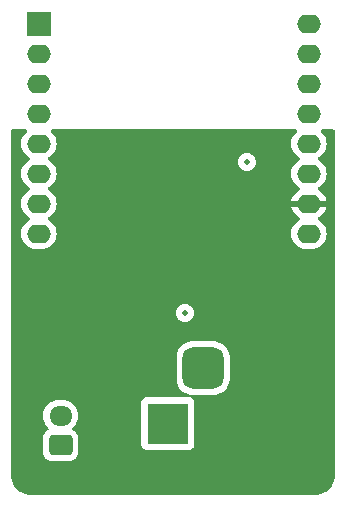
<source format=gbr>
%TF.GenerationSoftware,KiCad,Pcbnew,7.0.11-2.fc38*%
%TF.CreationDate,2024-04-05T10:11:14+02:00*%
%TF.ProjectId,WLED_Board,574c4544-5f42-46f6-9172-642e6b696361,rev?*%
%TF.SameCoordinates,Original*%
%TF.FileFunction,Copper,L3,Inr*%
%TF.FilePolarity,Positive*%
%FSLAX46Y46*%
G04 Gerber Fmt 4.6, Leading zero omitted, Abs format (unit mm)*
G04 Created by KiCad (PCBNEW 7.0.11-2.fc38) date 2024-04-05 10:11:14*
%MOMM*%
%LPD*%
G01*
G04 APERTURE LIST*
G04 Aperture macros list*
%AMRoundRect*
0 Rectangle with rounded corners*
0 $1 Rounding radius*
0 $2 $3 $4 $5 $6 $7 $8 $9 X,Y pos of 4 corners*
0 Add a 4 corners polygon primitive as box body*
4,1,4,$2,$3,$4,$5,$6,$7,$8,$9,$2,$3,0*
0 Add four circle primitives for the rounded corners*
1,1,$1+$1,$2,$3*
1,1,$1+$1,$4,$5*
1,1,$1+$1,$6,$7*
1,1,$1+$1,$8,$9*
0 Add four rect primitives between the rounded corners*
20,1,$1+$1,$2,$3,$4,$5,0*
20,1,$1+$1,$4,$5,$6,$7,0*
20,1,$1+$1,$6,$7,$8,$9,0*
20,1,$1+$1,$8,$9,$2,$3,0*%
G04 Aperture macros list end*
%TA.AperFunction,ComponentPad*%
%ADD10R,2.000000X2.000000*%
%TD*%
%TA.AperFunction,ComponentPad*%
%ADD11O,2.000000X1.600000*%
%TD*%
%TA.AperFunction,ComponentPad*%
%ADD12RoundRect,0.250000X0.725000X-0.600000X0.725000X0.600000X-0.725000X0.600000X-0.725000X-0.600000X0*%
%TD*%
%TA.AperFunction,ComponentPad*%
%ADD13O,1.950000X1.700000*%
%TD*%
%TA.AperFunction,ComponentPad*%
%ADD14R,3.500000X3.500000*%
%TD*%
%TA.AperFunction,ComponentPad*%
%ADD15RoundRect,0.750000X0.750000X1.000000X-0.750000X1.000000X-0.750000X-1.000000X0.750000X-1.000000X0*%
%TD*%
%TA.AperFunction,ComponentPad*%
%ADD16RoundRect,0.875000X0.875000X0.875000X-0.875000X0.875000X-0.875000X-0.875000X0.875000X-0.875000X0*%
%TD*%
%TA.AperFunction,ViaPad*%
%ADD17C,0.500000*%
%TD*%
%TA.AperFunction,ViaPad*%
%ADD18C,0.600000*%
%TD*%
G04 APERTURE END LIST*
D10*
%TO.N,unconnected-(U2-~{RST}-Pad1)*%
%TO.C,U2*%
X84140000Y-88300000D03*
D11*
%TO.N,unconnected-(U2-A0-Pad2)*%
X84140000Y-90840000D03*
%TO.N,unconnected-(U2-D0-Pad3)*%
X84140000Y-93380000D03*
%TO.N,unconnected-(U2-SCK{slash}D5-Pad4)*%
X84140000Y-95920000D03*
%TO.N,unconnected-(U2-MISO{slash}D6-Pad5)*%
X84140000Y-98460000D03*
%TO.N,unconnected-(U2-MOSI{slash}D7-Pad6)*%
X84140000Y-101000000D03*
%TO.N,D1_Relay*%
X84140000Y-103540000D03*
%TO.N,unconnected-(U2-3V3-Pad8)*%
X84140000Y-106080000D03*
%TO.N,+5V*%
X107000000Y-106080000D03*
%TO.N,GND*%
X107000000Y-103540000D03*
%TO.N,D1_data*%
X107000000Y-101000000D03*
%TO.N,unconnected-(U2-D3-Pad12)*%
X107000000Y-98460000D03*
%TO.N,unconnected-(U2-SDA{slash}D2-Pad13)*%
X107000000Y-95920000D03*
%TO.N,unconnected-(U2-SCL{slash}D1-Pad14)*%
X107000000Y-93380000D03*
%TO.N,unconnected-(U2-RX-Pad15)*%
X107000000Y-90840000D03*
%TO.N,unconnected-(U2-TX-Pad16)*%
X107000000Y-88300000D03*
%TD*%
D12*
%TO.N,12V_switched*%
%TO.C,J1*%
X85975000Y-124000000D03*
D13*
%TO.N,/DATA_OUT*%
X85975000Y-121500000D03*
%TO.N,GND*%
X85975000Y-119000000D03*
%TD*%
D14*
%TO.N,+12V*%
%TO.C,J2*%
X95049999Y-122157500D03*
D15*
%TO.N,GND*%
X101049999Y-122157500D03*
D16*
%TO.N,N/C*%
X98049999Y-117457500D03*
%TD*%
D17*
%TO.N,GND*%
X98499999Y-125950000D03*
X82099999Y-113150000D03*
X95599999Y-97950000D03*
X108849999Y-111300000D03*
X108649999Y-126800000D03*
X91499999Y-112250000D03*
X89449999Y-97950000D03*
X102249999Y-112000000D03*
X94549999Y-127800000D03*
X108849999Y-112950000D03*
X86499999Y-105250000D03*
X108899999Y-114750000D03*
X104499999Y-114500000D03*
X102049999Y-118850000D03*
X91049999Y-97950000D03*
X82149999Y-118750000D03*
X89999999Y-101000000D03*
X88249999Y-117950000D03*
X84799999Y-127800000D03*
X101049999Y-127900000D03*
X106649999Y-126350000D03*
X82099999Y-102700000D03*
X104649999Y-121850000D03*
D18*
X92199999Y-108900000D03*
X86799999Y-112000000D03*
D17*
X108849999Y-124300000D03*
X94199999Y-97950000D03*
X98249999Y-97950000D03*
X102399999Y-127900000D03*
X82099999Y-109900000D03*
X82249999Y-125250000D03*
X87049999Y-116850000D03*
X108899999Y-103350000D03*
X106599999Y-117950000D03*
X92799999Y-97950000D03*
X104499999Y-126350000D03*
X102099999Y-97950000D03*
X82099999Y-111450000D03*
X108849999Y-107550000D03*
X94999999Y-126000000D03*
X106599999Y-120950000D03*
X88649999Y-121150000D03*
X87799999Y-127800000D03*
X107649999Y-127750000D03*
X108849999Y-120550000D03*
X90649999Y-127800000D03*
X82099999Y-114850000D03*
X103699999Y-127900000D03*
X101749999Y-99000000D03*
X98399999Y-127850000D03*
X95499999Y-113750000D03*
X108849999Y-116400000D03*
X108899999Y-97850000D03*
X87999999Y-102250000D03*
X82399999Y-126850000D03*
X86499999Y-107750000D03*
X106599999Y-109400000D03*
X101499999Y-125750000D03*
X105049999Y-127950000D03*
X82149999Y-101050000D03*
X82149999Y-98100000D03*
X87849999Y-97950000D03*
X89349999Y-127800000D03*
X101899999Y-115050000D03*
X108849999Y-123050000D03*
X100399999Y-107500000D03*
X108849999Y-117700000D03*
X84049999Y-111800000D03*
X85299999Y-110250000D03*
X106599999Y-115050000D03*
X108849999Y-125550000D03*
X82149999Y-104500000D03*
X86299999Y-127800000D03*
X82099999Y-106450000D03*
X84099999Y-108750000D03*
X87999999Y-100000000D03*
X91249999Y-102250000D03*
X99699999Y-127900000D03*
X108899999Y-101700000D03*
X82149999Y-99600000D03*
X91399999Y-125900000D03*
X103249999Y-97950000D03*
X104449999Y-118250000D03*
X108849999Y-109350000D03*
X97999999Y-106600000D03*
X88849999Y-123700000D03*
X83349999Y-127750000D03*
X99549999Y-97950000D03*
X108849999Y-121850000D03*
X92499999Y-100000000D03*
X108849999Y-100100000D03*
X106449999Y-127950000D03*
X86599999Y-97900000D03*
X82099999Y-108200000D03*
X96699999Y-109500000D03*
X87249999Y-109750000D03*
X108899999Y-105550000D03*
X88899999Y-125850000D03*
X91899999Y-127800000D03*
X93249999Y-127800000D03*
X82099999Y-120700000D03*
X98299999Y-122100000D03*
X95849999Y-127800000D03*
D18*
X88750000Y-105800000D03*
D17*
X82149999Y-117050000D03*
X108849999Y-119200000D03*
X104549999Y-119950000D03*
X93249999Y-107000000D03*
X104549999Y-124050000D03*
X99199999Y-109500000D03*
X101999999Y-116900000D03*
X97149999Y-127800000D03*
X82099999Y-122800000D03*
X104399999Y-97950000D03*
X96999999Y-97950000D03*
X106549999Y-112200000D03*
D18*
X100299999Y-112800000D03*
D17*
X97999999Y-108400000D03*
X106699999Y-123750000D03*
X94499999Y-106250000D03*
X100849999Y-97950000D03*
X104499999Y-115500000D03*
X90999999Y-110250000D03*
X89499999Y-104000000D03*
%TO.N,+5V*%
X96499999Y-112800000D03*
X101749999Y-100000000D03*
%TD*%
%TA.AperFunction,Conductor*%
%TO.N,GND*%
G36*
X83078490Y-97269685D02*
G01*
X83124245Y-97322489D01*
X83134189Y-97391647D01*
X83105164Y-97455203D01*
X83099132Y-97461681D01*
X82939954Y-97620858D01*
X82809432Y-97807265D01*
X82809431Y-97807267D01*
X82713261Y-98013502D01*
X82713258Y-98013511D01*
X82654366Y-98233302D01*
X82654364Y-98233313D01*
X82634532Y-98459998D01*
X82634532Y-98460001D01*
X82654364Y-98686686D01*
X82654366Y-98686697D01*
X82713258Y-98906488D01*
X82713261Y-98906497D01*
X82809431Y-99112732D01*
X82809432Y-99112734D01*
X82939954Y-99299141D01*
X83100858Y-99460045D01*
X83100861Y-99460047D01*
X83287266Y-99590568D01*
X83345275Y-99617618D01*
X83397714Y-99663791D01*
X83416866Y-99730984D01*
X83396650Y-99797865D01*
X83345275Y-99842382D01*
X83287267Y-99869431D01*
X83287265Y-99869432D01*
X83100858Y-99999954D01*
X82939954Y-100160858D01*
X82809432Y-100347265D01*
X82809431Y-100347267D01*
X82713261Y-100553502D01*
X82713258Y-100553511D01*
X82654366Y-100773302D01*
X82654364Y-100773313D01*
X82634532Y-100999998D01*
X82634532Y-101000001D01*
X82654364Y-101226686D01*
X82654366Y-101226697D01*
X82713258Y-101446488D01*
X82713261Y-101446497D01*
X82809431Y-101652732D01*
X82809432Y-101652734D01*
X82939954Y-101839141D01*
X83100858Y-102000045D01*
X83100861Y-102000047D01*
X83287266Y-102130568D01*
X83345275Y-102157618D01*
X83397714Y-102203791D01*
X83416866Y-102270984D01*
X83396650Y-102337865D01*
X83345275Y-102382382D01*
X83287267Y-102409431D01*
X83287265Y-102409432D01*
X83100858Y-102539954D01*
X82939954Y-102700858D01*
X82809432Y-102887265D01*
X82809431Y-102887267D01*
X82713261Y-103093502D01*
X82713258Y-103093511D01*
X82654366Y-103313302D01*
X82654364Y-103313313D01*
X82634532Y-103539998D01*
X82634532Y-103540001D01*
X82654364Y-103766686D01*
X82654366Y-103766697D01*
X82713258Y-103986488D01*
X82713261Y-103986497D01*
X82809431Y-104192732D01*
X82809432Y-104192734D01*
X82939954Y-104379141D01*
X83100858Y-104540045D01*
X83100861Y-104540047D01*
X83287266Y-104670568D01*
X83344681Y-104697341D01*
X83345275Y-104697618D01*
X83397714Y-104743791D01*
X83416866Y-104810984D01*
X83396650Y-104877865D01*
X83345275Y-104922382D01*
X83287267Y-104949431D01*
X83287265Y-104949432D01*
X83100858Y-105079954D01*
X82939954Y-105240858D01*
X82809432Y-105427265D01*
X82809431Y-105427267D01*
X82713261Y-105633502D01*
X82713258Y-105633511D01*
X82654366Y-105853302D01*
X82654364Y-105853313D01*
X82634532Y-106079998D01*
X82634532Y-106080001D01*
X82654364Y-106306686D01*
X82654366Y-106306697D01*
X82713258Y-106526488D01*
X82713261Y-106526497D01*
X82809431Y-106732732D01*
X82809432Y-106732734D01*
X82939954Y-106919141D01*
X83100858Y-107080045D01*
X83100861Y-107080047D01*
X83287266Y-107210568D01*
X83493504Y-107306739D01*
X83713308Y-107365635D01*
X83883214Y-107380499D01*
X83883215Y-107380500D01*
X83883216Y-107380500D01*
X84396785Y-107380500D01*
X84396785Y-107380499D01*
X84566692Y-107365635D01*
X84786496Y-107306739D01*
X84992734Y-107210568D01*
X85179139Y-107080047D01*
X85340047Y-106919139D01*
X85470568Y-106732734D01*
X85566739Y-106526496D01*
X85625635Y-106306692D01*
X85645468Y-106080000D01*
X85625635Y-105853308D01*
X85566739Y-105633504D01*
X85470568Y-105427266D01*
X85340047Y-105240861D01*
X85340045Y-105240858D01*
X85179141Y-105079954D01*
X84992734Y-104949432D01*
X84992728Y-104949429D01*
X84934725Y-104922382D01*
X84882285Y-104876210D01*
X84863133Y-104809017D01*
X84883348Y-104742135D01*
X84934725Y-104697618D01*
X84935319Y-104697341D01*
X84992734Y-104670568D01*
X85179139Y-104540047D01*
X85340047Y-104379139D01*
X85470568Y-104192734D01*
X85566739Y-103986496D01*
X85625635Y-103766692D01*
X85645468Y-103540000D01*
X85625635Y-103313308D01*
X85566739Y-103093504D01*
X85470568Y-102887266D01*
X85340047Y-102700861D01*
X85340045Y-102700858D01*
X85179141Y-102539954D01*
X84992734Y-102409432D01*
X84992728Y-102409429D01*
X84934725Y-102382382D01*
X84882285Y-102336210D01*
X84863133Y-102269017D01*
X84883348Y-102202135D01*
X84934725Y-102157618D01*
X84992734Y-102130568D01*
X85179139Y-102000047D01*
X85340047Y-101839139D01*
X85470568Y-101652734D01*
X85566739Y-101446496D01*
X85625635Y-101226692D01*
X85645468Y-101000000D01*
X85625635Y-100773308D01*
X85566739Y-100553504D01*
X85470568Y-100347266D01*
X85340047Y-100160861D01*
X85340045Y-100160858D01*
X85179189Y-100000002D01*
X100994750Y-100000002D01*
X101013684Y-100168056D01*
X101069544Y-100327694D01*
X101069546Y-100327697D01*
X101159517Y-100470884D01*
X101159522Y-100470890D01*
X101279108Y-100590476D01*
X101279114Y-100590481D01*
X101422301Y-100680452D01*
X101422304Y-100680454D01*
X101422308Y-100680455D01*
X101422309Y-100680456D01*
X101494912Y-100705860D01*
X101581942Y-100736314D01*
X101749996Y-100755249D01*
X101749999Y-100755249D01*
X101750002Y-100755249D01*
X101918055Y-100736314D01*
X101918058Y-100736313D01*
X102077689Y-100680456D01*
X102077691Y-100680454D01*
X102077693Y-100680454D01*
X102077696Y-100680452D01*
X102220883Y-100590481D01*
X102220884Y-100590480D01*
X102220889Y-100590477D01*
X102340476Y-100470890D01*
X102418155Y-100347266D01*
X102430451Y-100327697D01*
X102430453Y-100327694D01*
X102430453Y-100327692D01*
X102430455Y-100327690D01*
X102486312Y-100168059D01*
X102486312Y-100168058D01*
X102486313Y-100168056D01*
X102505248Y-100000002D01*
X102505248Y-99999997D01*
X102486313Y-99831943D01*
X102450641Y-99730000D01*
X102430455Y-99672310D01*
X102430454Y-99672309D01*
X102430453Y-99672305D01*
X102430451Y-99672302D01*
X102340480Y-99529115D01*
X102340475Y-99529109D01*
X102220889Y-99409523D01*
X102220883Y-99409518D01*
X102077696Y-99319547D01*
X102077693Y-99319545D01*
X101918055Y-99263685D01*
X101750002Y-99244751D01*
X101749996Y-99244751D01*
X101581942Y-99263685D01*
X101422304Y-99319545D01*
X101422301Y-99319547D01*
X101279114Y-99409518D01*
X101279108Y-99409523D01*
X101159522Y-99529109D01*
X101159517Y-99529115D01*
X101069546Y-99672302D01*
X101069544Y-99672305D01*
X101013684Y-99831943D01*
X100994750Y-99999997D01*
X100994750Y-100000002D01*
X85179189Y-100000002D01*
X85179141Y-99999954D01*
X84992734Y-99869432D01*
X84992728Y-99869429D01*
X84934725Y-99842382D01*
X84882285Y-99796210D01*
X84863133Y-99729017D01*
X84883348Y-99662135D01*
X84934725Y-99617618D01*
X84992734Y-99590568D01*
X85179139Y-99460047D01*
X85340047Y-99299139D01*
X85470568Y-99112734D01*
X85566739Y-98906496D01*
X85625635Y-98686692D01*
X85645468Y-98460000D01*
X85625635Y-98233308D01*
X85566739Y-98013504D01*
X85470568Y-97807266D01*
X85340047Y-97620861D01*
X85340045Y-97620858D01*
X85180868Y-97461681D01*
X85147383Y-97400358D01*
X85152367Y-97330666D01*
X85194239Y-97274733D01*
X85259703Y-97250316D01*
X85268549Y-97250000D01*
X105871451Y-97250000D01*
X105938490Y-97269685D01*
X105984245Y-97322489D01*
X105994189Y-97391647D01*
X105965164Y-97455203D01*
X105959132Y-97461681D01*
X105799954Y-97620858D01*
X105669432Y-97807265D01*
X105669431Y-97807267D01*
X105573261Y-98013502D01*
X105573258Y-98013511D01*
X105514366Y-98233302D01*
X105514364Y-98233313D01*
X105494532Y-98459998D01*
X105494532Y-98460001D01*
X105514364Y-98686686D01*
X105514366Y-98686697D01*
X105573258Y-98906488D01*
X105573261Y-98906497D01*
X105669431Y-99112732D01*
X105669432Y-99112734D01*
X105799954Y-99299141D01*
X105960858Y-99460045D01*
X105960861Y-99460047D01*
X106147266Y-99590568D01*
X106205275Y-99617618D01*
X106257714Y-99663791D01*
X106276866Y-99730984D01*
X106256650Y-99797865D01*
X106205275Y-99842382D01*
X106147267Y-99869431D01*
X106147265Y-99869432D01*
X105960858Y-99999954D01*
X105799954Y-100160858D01*
X105669432Y-100347265D01*
X105669431Y-100347267D01*
X105573261Y-100553502D01*
X105573258Y-100553511D01*
X105514366Y-100773302D01*
X105514364Y-100773313D01*
X105494532Y-100999998D01*
X105494532Y-101000001D01*
X105514364Y-101226686D01*
X105514366Y-101226697D01*
X105573258Y-101446488D01*
X105573261Y-101446497D01*
X105669431Y-101652732D01*
X105669432Y-101652734D01*
X105799954Y-101839141D01*
X105960858Y-102000045D01*
X105960861Y-102000047D01*
X106147266Y-102130568D01*
X106205865Y-102157893D01*
X106258305Y-102204065D01*
X106277457Y-102271258D01*
X106257242Y-102338139D01*
X106205867Y-102382657D01*
X106147515Y-102409867D01*
X105961179Y-102540342D01*
X105800342Y-102701179D01*
X105669865Y-102887517D01*
X105573734Y-103093673D01*
X105573730Y-103093682D01*
X105521127Y-103289999D01*
X105521128Y-103290000D01*
X106566314Y-103290000D01*
X106540507Y-103330156D01*
X106500000Y-103468111D01*
X106500000Y-103611889D01*
X106540507Y-103749844D01*
X106566314Y-103790000D01*
X105521128Y-103790000D01*
X105573730Y-103986317D01*
X105573734Y-103986326D01*
X105669865Y-104192482D01*
X105800342Y-104378820D01*
X105961179Y-104539657D01*
X106147518Y-104670134D01*
X106147520Y-104670135D01*
X106205865Y-104697342D01*
X106258305Y-104743514D01*
X106277457Y-104810707D01*
X106257242Y-104877589D01*
X106205867Y-104922105D01*
X106147268Y-104949431D01*
X106147264Y-104949433D01*
X105960858Y-105079954D01*
X105799954Y-105240858D01*
X105669432Y-105427265D01*
X105669431Y-105427267D01*
X105573261Y-105633502D01*
X105573258Y-105633511D01*
X105514366Y-105853302D01*
X105514364Y-105853313D01*
X105494532Y-106079998D01*
X105494532Y-106080001D01*
X105514364Y-106306686D01*
X105514366Y-106306697D01*
X105573258Y-106526488D01*
X105573261Y-106526497D01*
X105669431Y-106732732D01*
X105669432Y-106732734D01*
X105799954Y-106919141D01*
X105960858Y-107080045D01*
X105960861Y-107080047D01*
X106147266Y-107210568D01*
X106353504Y-107306739D01*
X106573308Y-107365635D01*
X106743214Y-107380499D01*
X106743215Y-107380500D01*
X106743216Y-107380500D01*
X107256785Y-107380500D01*
X107256785Y-107380499D01*
X107426692Y-107365635D01*
X107646496Y-107306739D01*
X107852734Y-107210568D01*
X108039139Y-107080047D01*
X108200047Y-106919139D01*
X108330568Y-106732734D01*
X108426739Y-106526496D01*
X108485635Y-106306692D01*
X108505468Y-106080000D01*
X108485635Y-105853308D01*
X108426739Y-105633504D01*
X108330568Y-105427266D01*
X108200047Y-105240861D01*
X108200045Y-105240858D01*
X108039141Y-105079954D01*
X107852734Y-104949432D01*
X107852732Y-104949431D01*
X107794725Y-104922382D01*
X107794132Y-104922105D01*
X107741694Y-104875934D01*
X107722542Y-104808740D01*
X107742758Y-104741859D01*
X107794134Y-104697341D01*
X107852484Y-104670132D01*
X108038820Y-104539657D01*
X108199657Y-104378820D01*
X108330134Y-104192482D01*
X108426265Y-103986326D01*
X108426269Y-103986317D01*
X108478872Y-103790000D01*
X107433686Y-103790000D01*
X107459493Y-103749844D01*
X107500000Y-103611889D01*
X107500000Y-103468111D01*
X107459493Y-103330156D01*
X107433686Y-103290000D01*
X108478872Y-103290000D01*
X108478872Y-103289999D01*
X108426269Y-103093682D01*
X108426265Y-103093673D01*
X108330134Y-102887517D01*
X108199657Y-102701179D01*
X108038820Y-102540342D01*
X107852482Y-102409865D01*
X107794133Y-102382657D01*
X107741694Y-102336484D01*
X107722542Y-102269291D01*
X107742758Y-102202410D01*
X107794129Y-102157895D01*
X107852734Y-102130568D01*
X108039139Y-102000047D01*
X108200047Y-101839139D01*
X108330568Y-101652734D01*
X108426739Y-101446496D01*
X108485635Y-101226692D01*
X108505468Y-101000000D01*
X108485635Y-100773308D01*
X108426739Y-100553504D01*
X108330568Y-100347266D01*
X108200047Y-100160861D01*
X108200045Y-100160858D01*
X108039141Y-99999954D01*
X107852734Y-99869432D01*
X107852728Y-99869429D01*
X107794725Y-99842382D01*
X107742285Y-99796210D01*
X107723133Y-99729017D01*
X107743348Y-99662135D01*
X107794725Y-99617618D01*
X107852734Y-99590568D01*
X108039139Y-99460047D01*
X108200047Y-99299139D01*
X108330568Y-99112734D01*
X108426739Y-98906496D01*
X108485635Y-98686692D01*
X108505468Y-98460000D01*
X108485635Y-98233308D01*
X108426739Y-98013504D01*
X108330568Y-97807266D01*
X108200047Y-97620861D01*
X108200045Y-97620858D01*
X108040868Y-97461681D01*
X108007383Y-97400358D01*
X108012367Y-97330666D01*
X108054239Y-97274733D01*
X108119703Y-97250316D01*
X108128549Y-97250000D01*
X109075500Y-97250000D01*
X109142539Y-97269685D01*
X109188294Y-97322489D01*
X109199500Y-97374000D01*
X109199500Y-126495572D01*
X109199184Y-126504418D01*
X109182834Y-126733017D01*
X109180316Y-126750529D01*
X109132543Y-126970137D01*
X109127559Y-126987112D01*
X109049019Y-127197688D01*
X109041669Y-127213782D01*
X108933959Y-127411036D01*
X108924394Y-127425919D01*
X108789710Y-127605836D01*
X108778124Y-127619207D01*
X108619207Y-127778124D01*
X108605836Y-127789710D01*
X108425919Y-127924394D01*
X108411036Y-127933959D01*
X108213782Y-128041669D01*
X108197688Y-128049019D01*
X107987112Y-128127559D01*
X107970137Y-128132543D01*
X107750529Y-128180316D01*
X107733017Y-128182834D01*
X107504418Y-128199184D01*
X107495572Y-128199500D01*
X83504428Y-128199500D01*
X83495582Y-128199184D01*
X83266982Y-128182834D01*
X83249470Y-128180316D01*
X83029862Y-128132543D01*
X83012887Y-128127559D01*
X82802311Y-128049019D01*
X82786217Y-128041669D01*
X82588963Y-127933959D01*
X82574080Y-127924394D01*
X82394163Y-127789710D01*
X82380792Y-127778124D01*
X82221875Y-127619207D01*
X82210289Y-127605836D01*
X82075605Y-127425919D01*
X82066040Y-127411036D01*
X81958330Y-127213782D01*
X81950983Y-127197694D01*
X81872437Y-126987103D01*
X81867458Y-126970144D01*
X81819683Y-126750529D01*
X81817165Y-126733017D01*
X81800816Y-126504418D01*
X81800500Y-126495572D01*
X81800500Y-121500000D01*
X84494341Y-121500000D01*
X84514936Y-121735403D01*
X84514938Y-121735413D01*
X84576094Y-121963655D01*
X84576096Y-121963659D01*
X84576097Y-121963663D01*
X84626031Y-122070746D01*
X84675964Y-122177828D01*
X84675965Y-122177830D01*
X84811505Y-122371402D01*
X84958704Y-122518601D01*
X84992189Y-122579924D01*
X84987205Y-122649616D01*
X84945333Y-122705549D01*
X84936120Y-122711820D01*
X84781347Y-122807285D01*
X84781343Y-122807288D01*
X84657289Y-122931342D01*
X84565187Y-123080663D01*
X84565186Y-123080666D01*
X84510001Y-123247203D01*
X84510001Y-123247204D01*
X84510000Y-123247204D01*
X84499500Y-123349983D01*
X84499500Y-124650001D01*
X84499501Y-124650018D01*
X84510000Y-124752796D01*
X84510001Y-124752799D01*
X84565185Y-124919331D01*
X84565186Y-124919334D01*
X84657288Y-125068656D01*
X84781344Y-125192712D01*
X84930666Y-125284814D01*
X85097203Y-125339999D01*
X85199991Y-125350500D01*
X86750008Y-125350499D01*
X86852797Y-125339999D01*
X87019334Y-125284814D01*
X87168656Y-125192712D01*
X87292712Y-125068656D01*
X87384814Y-124919334D01*
X87439999Y-124752797D01*
X87450500Y-124650009D01*
X87450499Y-123955370D01*
X92799499Y-123955370D01*
X92799500Y-123955376D01*
X92805907Y-124014983D01*
X92856201Y-124149828D01*
X92856205Y-124149835D01*
X92942451Y-124265044D01*
X92942454Y-124265047D01*
X93057663Y-124351293D01*
X93057670Y-124351297D01*
X93192516Y-124401591D01*
X93192515Y-124401591D01*
X93199443Y-124402335D01*
X93252126Y-124408000D01*
X96847871Y-124407999D01*
X96907482Y-124401591D01*
X97042330Y-124351296D01*
X97157545Y-124265046D01*
X97243795Y-124149831D01*
X97294090Y-124014983D01*
X97300499Y-123955373D01*
X97300498Y-120359628D01*
X97294090Y-120300017D01*
X97243795Y-120165169D01*
X97243794Y-120165168D01*
X97243792Y-120165164D01*
X97157546Y-120049955D01*
X97157543Y-120049952D01*
X97042334Y-119963706D01*
X97042327Y-119963702D01*
X96995060Y-119946073D01*
X96939126Y-119904202D01*
X96914709Y-119838738D01*
X96929561Y-119770465D01*
X96978966Y-119721059D01*
X97044971Y-119706066D01*
X97058052Y-119706761D01*
X97081348Y-119707999D01*
X97081368Y-119707999D01*
X97081377Y-119708000D01*
X97081385Y-119708000D01*
X99018613Y-119708000D01*
X99018621Y-119708000D01*
X99071240Y-119705205D01*
X99301125Y-119660745D01*
X99520189Y-119578074D01*
X99722131Y-119459570D01*
X99901141Y-119308642D01*
X100052069Y-119129632D01*
X100170573Y-118927690D01*
X100253244Y-118708626D01*
X100297704Y-118478741D01*
X100300499Y-118426122D01*
X100300499Y-116488878D01*
X100297704Y-116436259D01*
X100253244Y-116206374D01*
X100170573Y-115987310D01*
X100052069Y-115785368D01*
X100052064Y-115785361D01*
X99901142Y-115606358D01*
X99901140Y-115606356D01*
X99722137Y-115455434D01*
X99722130Y-115455429D01*
X99520188Y-115336925D01*
X99429831Y-115302826D01*
X99301125Y-115254255D01*
X99301120Y-115254254D01*
X99071242Y-115209795D01*
X99018651Y-115207001D01*
X99018628Y-115207000D01*
X99018621Y-115207000D01*
X97081377Y-115207000D01*
X97081369Y-115207000D01*
X97081346Y-115207001D01*
X97028755Y-115209795D01*
X97028754Y-115209795D01*
X96798877Y-115254254D01*
X96798875Y-115254254D01*
X96798873Y-115254255D01*
X96724932Y-115282159D01*
X96579809Y-115336925D01*
X96377867Y-115455429D01*
X96377860Y-115455434D01*
X96198857Y-115606356D01*
X96198855Y-115606358D01*
X96047933Y-115785361D01*
X96047928Y-115785368D01*
X95929424Y-115987310D01*
X95874658Y-116132433D01*
X95846754Y-116206374D01*
X95846753Y-116206376D01*
X95846753Y-116206378D01*
X95802294Y-116436255D01*
X95802294Y-116436256D01*
X95799500Y-116488847D01*
X95799499Y-116488886D01*
X95799499Y-118426113D01*
X95799500Y-118426152D01*
X95802294Y-118478743D01*
X95802294Y-118478744D01*
X95846753Y-118708621D01*
X95846754Y-118708626D01*
X95895325Y-118837332D01*
X95929424Y-118927689D01*
X96047928Y-119129631D01*
X96047933Y-119129638D01*
X96198855Y-119308641D01*
X96198857Y-119308643D01*
X96377860Y-119459565D01*
X96377867Y-119459570D01*
X96579809Y-119578074D01*
X96798873Y-119660745D01*
X96801516Y-119661256D01*
X96802536Y-119661782D01*
X96803949Y-119662183D01*
X96803867Y-119662470D01*
X96863597Y-119693314D01*
X96898492Y-119753846D01*
X96895121Y-119823634D01*
X96854555Y-119880521D01*
X96789673Y-119906446D01*
X96777968Y-119907000D01*
X93252128Y-119907000D01*
X93252122Y-119907001D01*
X93192515Y-119913408D01*
X93057670Y-119963702D01*
X93057663Y-119963706D01*
X92942454Y-120049952D01*
X92942451Y-120049955D01*
X92856205Y-120165164D01*
X92856201Y-120165171D01*
X92805907Y-120300017D01*
X92803118Y-120325964D01*
X92799500Y-120359623D01*
X92799499Y-120359635D01*
X92799499Y-123955370D01*
X87450499Y-123955370D01*
X87450499Y-123349992D01*
X87439999Y-123247203D01*
X87384814Y-123080666D01*
X87292712Y-122931344D01*
X87168656Y-122807288D01*
X87087658Y-122757328D01*
X87013879Y-122711821D01*
X86967155Y-122659873D01*
X86955932Y-122590910D01*
X86983776Y-122526828D01*
X86991295Y-122518601D01*
X87138495Y-122371401D01*
X87274035Y-122177830D01*
X87373903Y-121963663D01*
X87435063Y-121735408D01*
X87455659Y-121500000D01*
X87435063Y-121264592D01*
X87373903Y-121036337D01*
X87274035Y-120822171D01*
X87274034Y-120822169D01*
X87138494Y-120628597D01*
X86971402Y-120461505D01*
X86777830Y-120325965D01*
X86777828Y-120325964D01*
X86670746Y-120276031D01*
X86563663Y-120226097D01*
X86563659Y-120226096D01*
X86563655Y-120226094D01*
X86335413Y-120164938D01*
X86335403Y-120164936D01*
X86158967Y-120149500D01*
X86158966Y-120149500D01*
X85791034Y-120149500D01*
X85791033Y-120149500D01*
X85614596Y-120164936D01*
X85614586Y-120164938D01*
X85386344Y-120226094D01*
X85386335Y-120226098D01*
X85172171Y-120325964D01*
X85172169Y-120325965D01*
X84978597Y-120461505D01*
X84811506Y-120628597D01*
X84811501Y-120628604D01*
X84675967Y-120822165D01*
X84675965Y-120822169D01*
X84576098Y-121036335D01*
X84576094Y-121036344D01*
X84514938Y-121264586D01*
X84514936Y-121264596D01*
X84494341Y-121499999D01*
X84494341Y-121500000D01*
X81800500Y-121500000D01*
X81800500Y-112800002D01*
X95744750Y-112800002D01*
X95763684Y-112968056D01*
X95819544Y-113127694D01*
X95819546Y-113127697D01*
X95909517Y-113270884D01*
X95909522Y-113270890D01*
X96029108Y-113390476D01*
X96029114Y-113390481D01*
X96172301Y-113480452D01*
X96172304Y-113480454D01*
X96172308Y-113480455D01*
X96172309Y-113480456D01*
X96244912Y-113505860D01*
X96331942Y-113536314D01*
X96499996Y-113555249D01*
X96499999Y-113555249D01*
X96500002Y-113555249D01*
X96668055Y-113536314D01*
X96668058Y-113536313D01*
X96827689Y-113480456D01*
X96827691Y-113480454D01*
X96827693Y-113480454D01*
X96827696Y-113480452D01*
X96970883Y-113390481D01*
X96970884Y-113390480D01*
X96970889Y-113390477D01*
X97090476Y-113270890D01*
X97180451Y-113127697D01*
X97180453Y-113127694D01*
X97180453Y-113127692D01*
X97180455Y-113127690D01*
X97236312Y-112968059D01*
X97236312Y-112968058D01*
X97236313Y-112968056D01*
X97255248Y-112800002D01*
X97255248Y-112799997D01*
X97236313Y-112631943D01*
X97180453Y-112472305D01*
X97180451Y-112472302D01*
X97090480Y-112329115D01*
X97090475Y-112329109D01*
X96970889Y-112209523D01*
X96970883Y-112209518D01*
X96827696Y-112119547D01*
X96827693Y-112119545D01*
X96668055Y-112063685D01*
X96500002Y-112044751D01*
X96499996Y-112044751D01*
X96331942Y-112063685D01*
X96172304Y-112119545D01*
X96172301Y-112119547D01*
X96029114Y-112209518D01*
X96029108Y-112209523D01*
X95909522Y-112329109D01*
X95909517Y-112329115D01*
X95819546Y-112472302D01*
X95819544Y-112472305D01*
X95763684Y-112631943D01*
X95744750Y-112799997D01*
X95744750Y-112800002D01*
X81800500Y-112800002D01*
X81800500Y-97374000D01*
X81820185Y-97306961D01*
X81872989Y-97261206D01*
X81924500Y-97250000D01*
X83011451Y-97250000D01*
X83078490Y-97269685D01*
G37*
%TD.AperFunction*%
%TD*%
M02*

</source>
